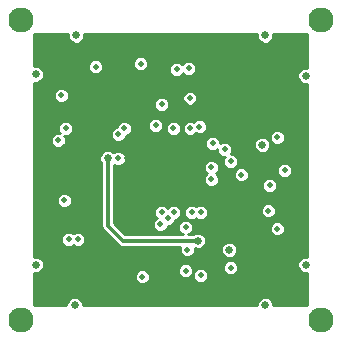
<source format=gbr>
G04 #@! TF.FileFunction,Copper,L2,Inr,Plane*
%FSLAX46Y46*%
G04 Gerber Fmt 4.6, Leading zero omitted, Abs format (unit mm)*
G04 Created by KiCad (PCBNEW 4.0.0-rc1-stable) date 10/19/2015 7:45:35 PM*
%MOMM*%
G01*
G04 APERTURE LIST*
%ADD10C,0.100000*%
%ADD11C,2.130000*%
%ADD12C,0.635000*%
%ADD13C,0.508000*%
%ADD14C,0.304800*%
%ADD15C,0.254000*%
G04 APERTURE END LIST*
D10*
D11*
X127000000Y-127000000D03*
X152400000Y-127000000D03*
X152400000Y-101600000D03*
X127000000Y-101600000D03*
D12*
X135128000Y-116205000D03*
X143510000Y-109220006D03*
X132207000Y-105283000D03*
X134620000Y-112268000D03*
D13*
X135636000Y-114452420D03*
X136017000Y-113284000D03*
X139700000Y-104775004D03*
X130175000Y-114299998D03*
X139699998Y-123698000D03*
D12*
X141986006Y-120269000D03*
X134366000Y-113284000D03*
D13*
X149352000Y-114299998D03*
X143129000Y-114046000D03*
D12*
X144653000Y-121031000D03*
X147447000Y-112141000D03*
D13*
X142125587Y-110614483D03*
X142240000Y-117856000D03*
X137287000Y-123317000D03*
X130174990Y-111760000D03*
X135255000Y-111252000D03*
X135255000Y-113284000D03*
X130683000Y-116840000D03*
X131064000Y-120142000D03*
X131839539Y-120139666D03*
X138938000Y-117856000D03*
X139446000Y-118364000D03*
X130429004Y-107950000D03*
X139954000Y-117856000D03*
X141327236Y-108180236D03*
X140970000Y-119126000D03*
X141478000Y-117856000D03*
X133350000Y-105537000D03*
X138811000Y-118872000D03*
X143129000Y-115062000D03*
X144780000Y-113538000D03*
X145669000Y-114680998D03*
X144272000Y-112522000D03*
X148717000Y-119253000D03*
X147955000Y-117729000D03*
X143256000Y-112014000D03*
X148082000Y-115569998D03*
X141350998Y-110744000D03*
X144780000Y-122555000D03*
X148717000Y-111506000D03*
X141097000Y-121031000D03*
X139932610Y-110744000D03*
X130810000Y-110744000D03*
X135763000Y-110744000D03*
D12*
X147700988Y-102870000D03*
X151130000Y-106299000D03*
X128270000Y-106172000D03*
X131699000Y-102870000D03*
X128270000Y-122301000D03*
X131572000Y-125730000D03*
X147701000Y-125730000D03*
X151130000Y-122301000D03*
D13*
X141223986Y-105664000D03*
X137160000Y-105283000D03*
X140208000Y-105765610D03*
X142240000Y-123190000D03*
X138938000Y-108712000D03*
X140970000Y-122809000D03*
X138430000Y-110490010D03*
D14*
X135636000Y-120269000D02*
X141536994Y-120269000D01*
X134366000Y-118999000D02*
X135636000Y-120269000D01*
X141536994Y-120269000D02*
X141986006Y-120269000D01*
X134366000Y-113284000D02*
X134366000Y-118999000D01*
X151003000Y-106299000D02*
X151130000Y-106299000D01*
D15*
G36*
X131000379Y-103008331D02*
X131106496Y-103265151D01*
X131302815Y-103461814D01*
X131559450Y-103568378D01*
X131837331Y-103568621D01*
X132094151Y-103462504D01*
X132290814Y-103266185D01*
X132397378Y-103009550D01*
X132397611Y-102743000D01*
X147002599Y-102743000D01*
X147002367Y-103008331D01*
X147108484Y-103265151D01*
X147304803Y-103461814D01*
X147561438Y-103568378D01*
X147839319Y-103568621D01*
X148096139Y-103462504D01*
X148292802Y-103266185D01*
X148399366Y-103009550D01*
X148399599Y-102743000D01*
X151257000Y-102743000D01*
X151257000Y-105600611D01*
X150991669Y-105600379D01*
X150734849Y-105706496D01*
X150538186Y-105902815D01*
X150431622Y-106159450D01*
X150431379Y-106437331D01*
X150537496Y-106694151D01*
X150733815Y-106890814D01*
X150990450Y-106997378D01*
X151257000Y-106997611D01*
X151257000Y-121602611D01*
X150991669Y-121602379D01*
X150734849Y-121708496D01*
X150538186Y-121904815D01*
X150431622Y-122161450D01*
X150431379Y-122439331D01*
X150537496Y-122696151D01*
X150733815Y-122892814D01*
X150990450Y-122999378D01*
X151257000Y-122999611D01*
X151257000Y-125730000D01*
X148399500Y-125730000D01*
X148399621Y-125591669D01*
X148293504Y-125334849D01*
X148097185Y-125138186D01*
X147840550Y-125031622D01*
X147562669Y-125031379D01*
X147305849Y-125137496D01*
X147109186Y-125333815D01*
X147002622Y-125590450D01*
X147002500Y-125730000D01*
X132270500Y-125730000D01*
X132270621Y-125591669D01*
X132164504Y-125334849D01*
X131968185Y-125138186D01*
X131711550Y-125031622D01*
X131433669Y-125031379D01*
X131176849Y-125137496D01*
X130980186Y-125333815D01*
X130873622Y-125590450D01*
X130873500Y-125730000D01*
X128143000Y-125730000D01*
X128143000Y-123442755D01*
X136651890Y-123442755D01*
X136748360Y-123676228D01*
X136926832Y-123855013D01*
X137160137Y-123951889D01*
X137412755Y-123952110D01*
X137646228Y-123855640D01*
X137825013Y-123677168D01*
X137921889Y-123443863D01*
X137922110Y-123191245D01*
X137825640Y-122957772D01*
X137802664Y-122934755D01*
X140334890Y-122934755D01*
X140431360Y-123168228D01*
X140609832Y-123347013D01*
X140843137Y-123443889D01*
X141095755Y-123444110D01*
X141329228Y-123347640D01*
X141361168Y-123315755D01*
X141604890Y-123315755D01*
X141701360Y-123549228D01*
X141879832Y-123728013D01*
X142113137Y-123824889D01*
X142365755Y-123825110D01*
X142599228Y-123728640D01*
X142778013Y-123550168D01*
X142874889Y-123316863D01*
X142875110Y-123064245D01*
X142778640Y-122830772D01*
X142628886Y-122680755D01*
X144144890Y-122680755D01*
X144241360Y-122914228D01*
X144419832Y-123093013D01*
X144653137Y-123189889D01*
X144905755Y-123190110D01*
X145139228Y-123093640D01*
X145318013Y-122915168D01*
X145414889Y-122681863D01*
X145415110Y-122429245D01*
X145318640Y-122195772D01*
X145140168Y-122016987D01*
X144906863Y-121920111D01*
X144654245Y-121919890D01*
X144420772Y-122016360D01*
X144241987Y-122194832D01*
X144145111Y-122428137D01*
X144144890Y-122680755D01*
X142628886Y-122680755D01*
X142600168Y-122651987D01*
X142366863Y-122555111D01*
X142114245Y-122554890D01*
X141880772Y-122651360D01*
X141701987Y-122829832D01*
X141605111Y-123063137D01*
X141604890Y-123315755D01*
X141361168Y-123315755D01*
X141508013Y-123169168D01*
X141604889Y-122935863D01*
X141605110Y-122683245D01*
X141508640Y-122449772D01*
X141330168Y-122270987D01*
X141096863Y-122174111D01*
X140844245Y-122173890D01*
X140610772Y-122270360D01*
X140431987Y-122448832D01*
X140335111Y-122682137D01*
X140334890Y-122934755D01*
X137802664Y-122934755D01*
X137647168Y-122778987D01*
X137413863Y-122682111D01*
X137161245Y-122681890D01*
X136927772Y-122778360D01*
X136748987Y-122956832D01*
X136652111Y-123190137D01*
X136651890Y-123442755D01*
X128143000Y-123442755D01*
X128143000Y-122999389D01*
X128408331Y-122999621D01*
X128665151Y-122893504D01*
X128861814Y-122697185D01*
X128968378Y-122440550D01*
X128968621Y-122162669D01*
X128862504Y-121905849D01*
X128666185Y-121709186D01*
X128409550Y-121602622D01*
X128143000Y-121602389D01*
X128143000Y-120267755D01*
X130428890Y-120267755D01*
X130525360Y-120501228D01*
X130703832Y-120680013D01*
X130937137Y-120776889D01*
X131189755Y-120777110D01*
X131423228Y-120680640D01*
X131452829Y-120651091D01*
X131479371Y-120677679D01*
X131712676Y-120774555D01*
X131965294Y-120774776D01*
X132198767Y-120678306D01*
X132377552Y-120499834D01*
X132474428Y-120266529D01*
X132474649Y-120013911D01*
X132378179Y-119780438D01*
X132199707Y-119601653D01*
X131966402Y-119504777D01*
X131713784Y-119504556D01*
X131480311Y-119601026D01*
X131450710Y-119630575D01*
X131424168Y-119603987D01*
X131190863Y-119507111D01*
X130938245Y-119506890D01*
X130704772Y-119603360D01*
X130525987Y-119781832D01*
X130429111Y-120015137D01*
X130428890Y-120267755D01*
X128143000Y-120267755D01*
X128143000Y-116965755D01*
X130047890Y-116965755D01*
X130144360Y-117199228D01*
X130322832Y-117378013D01*
X130556137Y-117474889D01*
X130808755Y-117475110D01*
X131042228Y-117378640D01*
X131221013Y-117200168D01*
X131317889Y-116966863D01*
X131318110Y-116714245D01*
X131221640Y-116480772D01*
X131043168Y-116301987D01*
X130809863Y-116205111D01*
X130557245Y-116204890D01*
X130323772Y-116301360D01*
X130144987Y-116479832D01*
X130048111Y-116713137D01*
X130047890Y-116965755D01*
X128143000Y-116965755D01*
X128143000Y-113422331D01*
X133667379Y-113422331D01*
X133773496Y-113679151D01*
X133832600Y-113738359D01*
X133832600Y-118999000D01*
X133873203Y-119203123D01*
X133988829Y-119376171D01*
X135258829Y-120646171D01*
X135431876Y-120761797D01*
X135636000Y-120802400D01*
X140504356Y-120802400D01*
X140462111Y-120904137D01*
X140461890Y-121156755D01*
X140558360Y-121390228D01*
X140736832Y-121569013D01*
X140970137Y-121665889D01*
X141222755Y-121666110D01*
X141456228Y-121569640D01*
X141635013Y-121391168D01*
X141727127Y-121169331D01*
X143954379Y-121169331D01*
X144060496Y-121426151D01*
X144256815Y-121622814D01*
X144513450Y-121729378D01*
X144791331Y-121729621D01*
X145048151Y-121623504D01*
X145244814Y-121427185D01*
X145351378Y-121170550D01*
X145351621Y-120892669D01*
X145245504Y-120635849D01*
X145049185Y-120439186D01*
X144792550Y-120332622D01*
X144514669Y-120332379D01*
X144257849Y-120438496D01*
X144061186Y-120634815D01*
X143954622Y-120891450D01*
X143954379Y-121169331D01*
X141727127Y-121169331D01*
X141731889Y-121157863D01*
X141732097Y-120919892D01*
X141846456Y-120967378D01*
X142124337Y-120967621D01*
X142381157Y-120861504D01*
X142577820Y-120665185D01*
X142684384Y-120408550D01*
X142684627Y-120130669D01*
X142578510Y-119873849D01*
X142382191Y-119677186D01*
X142125556Y-119570622D01*
X141847675Y-119570379D01*
X141590855Y-119676496D01*
X141531647Y-119735600D01*
X141157493Y-119735600D01*
X141329228Y-119664640D01*
X141508013Y-119486168D01*
X141552614Y-119378755D01*
X148081890Y-119378755D01*
X148178360Y-119612228D01*
X148356832Y-119791013D01*
X148590137Y-119887889D01*
X148842755Y-119888110D01*
X149076228Y-119791640D01*
X149255013Y-119613168D01*
X149351889Y-119379863D01*
X149352110Y-119127245D01*
X149255640Y-118893772D01*
X149077168Y-118714987D01*
X148843863Y-118618111D01*
X148591245Y-118617890D01*
X148357772Y-118714360D01*
X148178987Y-118892832D01*
X148082111Y-119126137D01*
X148081890Y-119378755D01*
X141552614Y-119378755D01*
X141604889Y-119252863D01*
X141605110Y-119000245D01*
X141508640Y-118766772D01*
X141330168Y-118587987D01*
X141096863Y-118491111D01*
X140844245Y-118490890D01*
X140610772Y-118587360D01*
X140431987Y-118765832D01*
X140335111Y-118999137D01*
X140334890Y-119251755D01*
X140431360Y-119485228D01*
X140609832Y-119664013D01*
X140782234Y-119735600D01*
X135856942Y-119735600D01*
X135119097Y-118997755D01*
X138175890Y-118997755D01*
X138272360Y-119231228D01*
X138450832Y-119410013D01*
X138684137Y-119506889D01*
X138936755Y-119507110D01*
X139170228Y-119410640D01*
X139349013Y-119232168D01*
X139445832Y-118999000D01*
X139571755Y-118999110D01*
X139805228Y-118902640D01*
X139984013Y-118724168D01*
X140080889Y-118490863D01*
X140080889Y-118490641D01*
X140313228Y-118394640D01*
X140492013Y-118216168D01*
X140588889Y-117982863D01*
X140588889Y-117981755D01*
X140842890Y-117981755D01*
X140939360Y-118215228D01*
X141117832Y-118394013D01*
X141351137Y-118490889D01*
X141603755Y-118491110D01*
X141837228Y-118394640D01*
X141858881Y-118373025D01*
X141879832Y-118394013D01*
X142113137Y-118490889D01*
X142365755Y-118491110D01*
X142599228Y-118394640D01*
X142778013Y-118216168D01*
X142874889Y-117982863D01*
X142875001Y-117854755D01*
X147319890Y-117854755D01*
X147416360Y-118088228D01*
X147594832Y-118267013D01*
X147828137Y-118363889D01*
X148080755Y-118364110D01*
X148314228Y-118267640D01*
X148493013Y-118089168D01*
X148589889Y-117855863D01*
X148590110Y-117603245D01*
X148493640Y-117369772D01*
X148315168Y-117190987D01*
X148081863Y-117094111D01*
X147829245Y-117093890D01*
X147595772Y-117190360D01*
X147416987Y-117368832D01*
X147320111Y-117602137D01*
X147319890Y-117854755D01*
X142875001Y-117854755D01*
X142875110Y-117730245D01*
X142778640Y-117496772D01*
X142600168Y-117317987D01*
X142366863Y-117221111D01*
X142114245Y-117220890D01*
X141880772Y-117317360D01*
X141859119Y-117338975D01*
X141838168Y-117317987D01*
X141604863Y-117221111D01*
X141352245Y-117220890D01*
X141118772Y-117317360D01*
X140939987Y-117495832D01*
X140843111Y-117729137D01*
X140842890Y-117981755D01*
X140588889Y-117981755D01*
X140589110Y-117730245D01*
X140492640Y-117496772D01*
X140314168Y-117317987D01*
X140080863Y-117221111D01*
X139828245Y-117220890D01*
X139594772Y-117317360D01*
X139445897Y-117465975D01*
X139298168Y-117317987D01*
X139064863Y-117221111D01*
X138812245Y-117220890D01*
X138578772Y-117317360D01*
X138399987Y-117495832D01*
X138303111Y-117729137D01*
X138302890Y-117981755D01*
X138399360Y-118215228D01*
X138498154Y-118314195D01*
X138451772Y-118333360D01*
X138272987Y-118511832D01*
X138176111Y-118745137D01*
X138175890Y-118997755D01*
X135119097Y-118997755D01*
X134899400Y-118778058D01*
X134899400Y-114171755D01*
X142493890Y-114171755D01*
X142590360Y-114405228D01*
X142738975Y-114554103D01*
X142590987Y-114701832D01*
X142494111Y-114935137D01*
X142493890Y-115187755D01*
X142590360Y-115421228D01*
X142768832Y-115600013D01*
X143002137Y-115696889D01*
X143254755Y-115697110D01*
X143258039Y-115695753D01*
X147446890Y-115695753D01*
X147543360Y-115929226D01*
X147721832Y-116108011D01*
X147955137Y-116204887D01*
X148207755Y-116205108D01*
X148441228Y-116108638D01*
X148620013Y-115930166D01*
X148716889Y-115696861D01*
X148717110Y-115444243D01*
X148620640Y-115210770D01*
X148442168Y-115031985D01*
X148208863Y-114935109D01*
X147956245Y-114934888D01*
X147722772Y-115031358D01*
X147543987Y-115209830D01*
X147447111Y-115443135D01*
X147446890Y-115695753D01*
X143258039Y-115695753D01*
X143488228Y-115600640D01*
X143667013Y-115422168D01*
X143763889Y-115188863D01*
X143764110Y-114936245D01*
X143710605Y-114806753D01*
X145033890Y-114806753D01*
X145130360Y-115040226D01*
X145308832Y-115219011D01*
X145542137Y-115315887D01*
X145794755Y-115316108D01*
X146028228Y-115219638D01*
X146207013Y-115041166D01*
X146303889Y-114807861D01*
X146304110Y-114555243D01*
X146250606Y-114425753D01*
X148716890Y-114425753D01*
X148813360Y-114659226D01*
X148991832Y-114838011D01*
X149225137Y-114934887D01*
X149477755Y-114935108D01*
X149711228Y-114838638D01*
X149890013Y-114660166D01*
X149986889Y-114426861D01*
X149987110Y-114174243D01*
X149890640Y-113940770D01*
X149712168Y-113761985D01*
X149478863Y-113665109D01*
X149226245Y-113664888D01*
X148992772Y-113761358D01*
X148813987Y-113939830D01*
X148717111Y-114173135D01*
X148716890Y-114425753D01*
X146250606Y-114425753D01*
X146207640Y-114321770D01*
X146029168Y-114142985D01*
X145795863Y-114046109D01*
X145543245Y-114045888D01*
X145309772Y-114142358D01*
X145130987Y-114320830D01*
X145034111Y-114554135D01*
X145033890Y-114806753D01*
X143710605Y-114806753D01*
X143667640Y-114702772D01*
X143519025Y-114553897D01*
X143667013Y-114406168D01*
X143763889Y-114172863D01*
X143764110Y-113920245D01*
X143667640Y-113686772D01*
X143489168Y-113507987D01*
X143255863Y-113411111D01*
X143003245Y-113410890D01*
X142769772Y-113507360D01*
X142590987Y-113685832D01*
X142494111Y-113919137D01*
X142493890Y-114171755D01*
X134899400Y-114171755D01*
X134899400Y-113823910D01*
X135128137Y-113918889D01*
X135380755Y-113919110D01*
X135614228Y-113822640D01*
X135793013Y-113644168D01*
X135889889Y-113410863D01*
X135890110Y-113158245D01*
X135793640Y-112924772D01*
X135615168Y-112745987D01*
X135381863Y-112649111D01*
X135129245Y-112648890D01*
X134895772Y-112745360D01*
X134855448Y-112785613D01*
X134762185Y-112692186D01*
X134505550Y-112585622D01*
X134227669Y-112585379D01*
X133970849Y-112691496D01*
X133774186Y-112887815D01*
X133667622Y-113144450D01*
X133667379Y-113422331D01*
X128143000Y-113422331D01*
X128143000Y-111885755D01*
X129539880Y-111885755D01*
X129636350Y-112119228D01*
X129814822Y-112298013D01*
X130048127Y-112394889D01*
X130300745Y-112395110D01*
X130534218Y-112298640D01*
X130693381Y-112139755D01*
X142620890Y-112139755D01*
X142717360Y-112373228D01*
X142895832Y-112552013D01*
X143129137Y-112648889D01*
X143381755Y-112649110D01*
X143615228Y-112552640D01*
X143636992Y-112530914D01*
X143636890Y-112647755D01*
X143733360Y-112881228D01*
X143911832Y-113060013D01*
X144145137Y-113156889D01*
X144262864Y-113156992D01*
X144241987Y-113177832D01*
X144145111Y-113411137D01*
X144144890Y-113663755D01*
X144241360Y-113897228D01*
X144419832Y-114076013D01*
X144653137Y-114172889D01*
X144905755Y-114173110D01*
X145139228Y-114076640D01*
X145318013Y-113898168D01*
X145414889Y-113664863D01*
X145415110Y-113412245D01*
X145318640Y-113178772D01*
X145140168Y-112999987D01*
X144906863Y-112903111D01*
X144789136Y-112903008D01*
X144810013Y-112882168D01*
X144906889Y-112648863D01*
X144907110Y-112396245D01*
X144858802Y-112279331D01*
X146748379Y-112279331D01*
X146854496Y-112536151D01*
X147050815Y-112732814D01*
X147307450Y-112839378D01*
X147585331Y-112839621D01*
X147842151Y-112733504D01*
X148038814Y-112537185D01*
X148145378Y-112280550D01*
X148145621Y-112002669D01*
X148039504Y-111745849D01*
X147925610Y-111631755D01*
X148081890Y-111631755D01*
X148178360Y-111865228D01*
X148356832Y-112044013D01*
X148590137Y-112140889D01*
X148842755Y-112141110D01*
X149076228Y-112044640D01*
X149255013Y-111866168D01*
X149351889Y-111632863D01*
X149352110Y-111380245D01*
X149255640Y-111146772D01*
X149077168Y-110967987D01*
X148843863Y-110871111D01*
X148591245Y-110870890D01*
X148357772Y-110967360D01*
X148178987Y-111145832D01*
X148082111Y-111379137D01*
X148081890Y-111631755D01*
X147925610Y-111631755D01*
X147843185Y-111549186D01*
X147586550Y-111442622D01*
X147308669Y-111442379D01*
X147051849Y-111548496D01*
X146855186Y-111744815D01*
X146748622Y-112001450D01*
X146748379Y-112279331D01*
X144858802Y-112279331D01*
X144810640Y-112162772D01*
X144632168Y-111983987D01*
X144398863Y-111887111D01*
X144146245Y-111886890D01*
X143912772Y-111983360D01*
X143891008Y-112005086D01*
X143891110Y-111888245D01*
X143794640Y-111654772D01*
X143616168Y-111475987D01*
X143382863Y-111379111D01*
X143130245Y-111378890D01*
X142896772Y-111475360D01*
X142717987Y-111653832D01*
X142621111Y-111887137D01*
X142620890Y-112139755D01*
X130693381Y-112139755D01*
X130713003Y-112120168D01*
X130809879Y-111886863D01*
X130810100Y-111634245D01*
X130713630Y-111400772D01*
X130691793Y-111378897D01*
X130935755Y-111379110D01*
X130939034Y-111377755D01*
X134619890Y-111377755D01*
X134716360Y-111611228D01*
X134894832Y-111790013D01*
X135128137Y-111886889D01*
X135380755Y-111887110D01*
X135614228Y-111790640D01*
X135793013Y-111612168D01*
X135889889Y-111378863D01*
X135889889Y-111378641D01*
X136122228Y-111282640D01*
X136301013Y-111104168D01*
X136397889Y-110870863D01*
X136398110Y-110618245D01*
X136397086Y-110615765D01*
X137794890Y-110615765D01*
X137891360Y-110849238D01*
X138069832Y-111028023D01*
X138303137Y-111124899D01*
X138555755Y-111125120D01*
X138789228Y-111028650D01*
X138948401Y-110869755D01*
X139297500Y-110869755D01*
X139393970Y-111103228D01*
X139572442Y-111282013D01*
X139805747Y-111378889D01*
X140058365Y-111379110D01*
X140291838Y-111282640D01*
X140470623Y-111104168D01*
X140567499Y-110870863D01*
X140567499Y-110869755D01*
X140715888Y-110869755D01*
X140812358Y-111103228D01*
X140990830Y-111282013D01*
X141224135Y-111378889D01*
X141476753Y-111379110D01*
X141710226Y-111282640D01*
X141818513Y-111174542D01*
X141998724Y-111249372D01*
X142251342Y-111249593D01*
X142484815Y-111153123D01*
X142663600Y-110974651D01*
X142760476Y-110741346D01*
X142760697Y-110488728D01*
X142664227Y-110255255D01*
X142485755Y-110076470D01*
X142252450Y-109979594D01*
X141999832Y-109979373D01*
X141766359Y-110075843D01*
X141658072Y-110183941D01*
X141477861Y-110109111D01*
X141225243Y-110108890D01*
X140991770Y-110205360D01*
X140812985Y-110383832D01*
X140716109Y-110617137D01*
X140715888Y-110869755D01*
X140567499Y-110869755D01*
X140567720Y-110618245D01*
X140471250Y-110384772D01*
X140292778Y-110205987D01*
X140059473Y-110109111D01*
X139806855Y-110108890D01*
X139573382Y-110205360D01*
X139394597Y-110383832D01*
X139297721Y-110617137D01*
X139297500Y-110869755D01*
X138948401Y-110869755D01*
X138968013Y-110850178D01*
X139064889Y-110616873D01*
X139065110Y-110364255D01*
X138968640Y-110130782D01*
X138790168Y-109951997D01*
X138556863Y-109855121D01*
X138304245Y-109854900D01*
X138070772Y-109951370D01*
X137891987Y-110129842D01*
X137795111Y-110363147D01*
X137794890Y-110615765D01*
X136397086Y-110615765D01*
X136301640Y-110384772D01*
X136123168Y-110205987D01*
X135889863Y-110109111D01*
X135637245Y-110108890D01*
X135403772Y-110205360D01*
X135224987Y-110383832D01*
X135128111Y-110617137D01*
X135128111Y-110617359D01*
X134895772Y-110713360D01*
X134716987Y-110891832D01*
X134620111Y-111125137D01*
X134619890Y-111377755D01*
X130939034Y-111377755D01*
X131169228Y-111282640D01*
X131348013Y-111104168D01*
X131444889Y-110870863D01*
X131445110Y-110618245D01*
X131348640Y-110384772D01*
X131170168Y-110205987D01*
X130936863Y-110109111D01*
X130684245Y-110108890D01*
X130450772Y-110205360D01*
X130271987Y-110383832D01*
X130175111Y-110617137D01*
X130174890Y-110869755D01*
X130271360Y-111103228D01*
X130293197Y-111125103D01*
X130049235Y-111124890D01*
X129815762Y-111221360D01*
X129636977Y-111399832D01*
X129540101Y-111633137D01*
X129539880Y-111885755D01*
X128143000Y-111885755D01*
X128143000Y-108837755D01*
X138302890Y-108837755D01*
X138399360Y-109071228D01*
X138577832Y-109250013D01*
X138811137Y-109346889D01*
X139063755Y-109347110D01*
X139297228Y-109250640D01*
X139476013Y-109072168D01*
X139572889Y-108838863D01*
X139573110Y-108586245D01*
X139476640Y-108352772D01*
X139429941Y-108305991D01*
X140692126Y-108305991D01*
X140788596Y-108539464D01*
X140967068Y-108718249D01*
X141200373Y-108815125D01*
X141452991Y-108815346D01*
X141686464Y-108718876D01*
X141865249Y-108540404D01*
X141962125Y-108307099D01*
X141962346Y-108054481D01*
X141865876Y-107821008D01*
X141687404Y-107642223D01*
X141454099Y-107545347D01*
X141201481Y-107545126D01*
X140968008Y-107641596D01*
X140789223Y-107820068D01*
X140692347Y-108053373D01*
X140692126Y-108305991D01*
X139429941Y-108305991D01*
X139298168Y-108173987D01*
X139064863Y-108077111D01*
X138812245Y-108076890D01*
X138578772Y-108173360D01*
X138399987Y-108351832D01*
X138303111Y-108585137D01*
X138302890Y-108837755D01*
X128143000Y-108837755D01*
X128143000Y-108075755D01*
X129793894Y-108075755D01*
X129890364Y-108309228D01*
X130068836Y-108488013D01*
X130302141Y-108584889D01*
X130554759Y-108585110D01*
X130788232Y-108488640D01*
X130967017Y-108310168D01*
X131063893Y-108076863D01*
X131064114Y-107824245D01*
X130967644Y-107590772D01*
X130789172Y-107411987D01*
X130555867Y-107315111D01*
X130303249Y-107314890D01*
X130069776Y-107411360D01*
X129890991Y-107589832D01*
X129794115Y-107823137D01*
X129793894Y-108075755D01*
X128143000Y-108075755D01*
X128143000Y-106870389D01*
X128408331Y-106870621D01*
X128665151Y-106764504D01*
X128861814Y-106568185D01*
X128968378Y-106311550D01*
X128968621Y-106033669D01*
X128862504Y-105776849D01*
X128748610Y-105662755D01*
X132714890Y-105662755D01*
X132811360Y-105896228D01*
X132989832Y-106075013D01*
X133223137Y-106171889D01*
X133475755Y-106172110D01*
X133709228Y-106075640D01*
X133888013Y-105897168D01*
X133984889Y-105663863D01*
X133985110Y-105411245D01*
X133984082Y-105408755D01*
X136524890Y-105408755D01*
X136621360Y-105642228D01*
X136799832Y-105821013D01*
X137033137Y-105917889D01*
X137285755Y-105918110D01*
X137350482Y-105891365D01*
X139572890Y-105891365D01*
X139669360Y-106124838D01*
X139847832Y-106303623D01*
X140081137Y-106400499D01*
X140333755Y-106400720D01*
X140567228Y-106304250D01*
X140746013Y-106125778D01*
X140758264Y-106096274D01*
X140863818Y-106202013D01*
X141097123Y-106298889D01*
X141349741Y-106299110D01*
X141583214Y-106202640D01*
X141761999Y-106024168D01*
X141858875Y-105790863D01*
X141859096Y-105538245D01*
X141762626Y-105304772D01*
X141584154Y-105125987D01*
X141350849Y-105029111D01*
X141098231Y-105028890D01*
X140864758Y-105125360D01*
X140685973Y-105303832D01*
X140673722Y-105333336D01*
X140568168Y-105227597D01*
X140334863Y-105130721D01*
X140082245Y-105130500D01*
X139848772Y-105226970D01*
X139669987Y-105405442D01*
X139573111Y-105638747D01*
X139572890Y-105891365D01*
X137350482Y-105891365D01*
X137519228Y-105821640D01*
X137698013Y-105643168D01*
X137794889Y-105409863D01*
X137795110Y-105157245D01*
X137698640Y-104923772D01*
X137520168Y-104744987D01*
X137286863Y-104648111D01*
X137034245Y-104647890D01*
X136800772Y-104744360D01*
X136621987Y-104922832D01*
X136525111Y-105156137D01*
X136524890Y-105408755D01*
X133984082Y-105408755D01*
X133888640Y-105177772D01*
X133710168Y-104998987D01*
X133476863Y-104902111D01*
X133224245Y-104901890D01*
X132990772Y-104998360D01*
X132811987Y-105176832D01*
X132715111Y-105410137D01*
X132714890Y-105662755D01*
X128748610Y-105662755D01*
X128666185Y-105580186D01*
X128409550Y-105473622D01*
X128143000Y-105473389D01*
X128143000Y-102743000D01*
X131000611Y-102743000D01*
X131000379Y-103008331D01*
X131000379Y-103008331D01*
G37*
X131000379Y-103008331D02*
X131106496Y-103265151D01*
X131302815Y-103461814D01*
X131559450Y-103568378D01*
X131837331Y-103568621D01*
X132094151Y-103462504D01*
X132290814Y-103266185D01*
X132397378Y-103009550D01*
X132397611Y-102743000D01*
X147002599Y-102743000D01*
X147002367Y-103008331D01*
X147108484Y-103265151D01*
X147304803Y-103461814D01*
X147561438Y-103568378D01*
X147839319Y-103568621D01*
X148096139Y-103462504D01*
X148292802Y-103266185D01*
X148399366Y-103009550D01*
X148399599Y-102743000D01*
X151257000Y-102743000D01*
X151257000Y-105600611D01*
X150991669Y-105600379D01*
X150734849Y-105706496D01*
X150538186Y-105902815D01*
X150431622Y-106159450D01*
X150431379Y-106437331D01*
X150537496Y-106694151D01*
X150733815Y-106890814D01*
X150990450Y-106997378D01*
X151257000Y-106997611D01*
X151257000Y-121602611D01*
X150991669Y-121602379D01*
X150734849Y-121708496D01*
X150538186Y-121904815D01*
X150431622Y-122161450D01*
X150431379Y-122439331D01*
X150537496Y-122696151D01*
X150733815Y-122892814D01*
X150990450Y-122999378D01*
X151257000Y-122999611D01*
X151257000Y-125730000D01*
X148399500Y-125730000D01*
X148399621Y-125591669D01*
X148293504Y-125334849D01*
X148097185Y-125138186D01*
X147840550Y-125031622D01*
X147562669Y-125031379D01*
X147305849Y-125137496D01*
X147109186Y-125333815D01*
X147002622Y-125590450D01*
X147002500Y-125730000D01*
X132270500Y-125730000D01*
X132270621Y-125591669D01*
X132164504Y-125334849D01*
X131968185Y-125138186D01*
X131711550Y-125031622D01*
X131433669Y-125031379D01*
X131176849Y-125137496D01*
X130980186Y-125333815D01*
X130873622Y-125590450D01*
X130873500Y-125730000D01*
X128143000Y-125730000D01*
X128143000Y-123442755D01*
X136651890Y-123442755D01*
X136748360Y-123676228D01*
X136926832Y-123855013D01*
X137160137Y-123951889D01*
X137412755Y-123952110D01*
X137646228Y-123855640D01*
X137825013Y-123677168D01*
X137921889Y-123443863D01*
X137922110Y-123191245D01*
X137825640Y-122957772D01*
X137802664Y-122934755D01*
X140334890Y-122934755D01*
X140431360Y-123168228D01*
X140609832Y-123347013D01*
X140843137Y-123443889D01*
X141095755Y-123444110D01*
X141329228Y-123347640D01*
X141361168Y-123315755D01*
X141604890Y-123315755D01*
X141701360Y-123549228D01*
X141879832Y-123728013D01*
X142113137Y-123824889D01*
X142365755Y-123825110D01*
X142599228Y-123728640D01*
X142778013Y-123550168D01*
X142874889Y-123316863D01*
X142875110Y-123064245D01*
X142778640Y-122830772D01*
X142628886Y-122680755D01*
X144144890Y-122680755D01*
X144241360Y-122914228D01*
X144419832Y-123093013D01*
X144653137Y-123189889D01*
X144905755Y-123190110D01*
X145139228Y-123093640D01*
X145318013Y-122915168D01*
X145414889Y-122681863D01*
X145415110Y-122429245D01*
X145318640Y-122195772D01*
X145140168Y-122016987D01*
X144906863Y-121920111D01*
X144654245Y-121919890D01*
X144420772Y-122016360D01*
X144241987Y-122194832D01*
X144145111Y-122428137D01*
X144144890Y-122680755D01*
X142628886Y-122680755D01*
X142600168Y-122651987D01*
X142366863Y-122555111D01*
X142114245Y-122554890D01*
X141880772Y-122651360D01*
X141701987Y-122829832D01*
X141605111Y-123063137D01*
X141604890Y-123315755D01*
X141361168Y-123315755D01*
X141508013Y-123169168D01*
X141604889Y-122935863D01*
X141605110Y-122683245D01*
X141508640Y-122449772D01*
X141330168Y-122270987D01*
X141096863Y-122174111D01*
X140844245Y-122173890D01*
X140610772Y-122270360D01*
X140431987Y-122448832D01*
X140335111Y-122682137D01*
X140334890Y-122934755D01*
X137802664Y-122934755D01*
X137647168Y-122778987D01*
X137413863Y-122682111D01*
X137161245Y-122681890D01*
X136927772Y-122778360D01*
X136748987Y-122956832D01*
X136652111Y-123190137D01*
X136651890Y-123442755D01*
X128143000Y-123442755D01*
X128143000Y-122999389D01*
X128408331Y-122999621D01*
X128665151Y-122893504D01*
X128861814Y-122697185D01*
X128968378Y-122440550D01*
X128968621Y-122162669D01*
X128862504Y-121905849D01*
X128666185Y-121709186D01*
X128409550Y-121602622D01*
X128143000Y-121602389D01*
X128143000Y-120267755D01*
X130428890Y-120267755D01*
X130525360Y-120501228D01*
X130703832Y-120680013D01*
X130937137Y-120776889D01*
X131189755Y-120777110D01*
X131423228Y-120680640D01*
X131452829Y-120651091D01*
X131479371Y-120677679D01*
X131712676Y-120774555D01*
X131965294Y-120774776D01*
X132198767Y-120678306D01*
X132377552Y-120499834D01*
X132474428Y-120266529D01*
X132474649Y-120013911D01*
X132378179Y-119780438D01*
X132199707Y-119601653D01*
X131966402Y-119504777D01*
X131713784Y-119504556D01*
X131480311Y-119601026D01*
X131450710Y-119630575D01*
X131424168Y-119603987D01*
X131190863Y-119507111D01*
X130938245Y-119506890D01*
X130704772Y-119603360D01*
X130525987Y-119781832D01*
X130429111Y-120015137D01*
X130428890Y-120267755D01*
X128143000Y-120267755D01*
X128143000Y-116965755D01*
X130047890Y-116965755D01*
X130144360Y-117199228D01*
X130322832Y-117378013D01*
X130556137Y-117474889D01*
X130808755Y-117475110D01*
X131042228Y-117378640D01*
X131221013Y-117200168D01*
X131317889Y-116966863D01*
X131318110Y-116714245D01*
X131221640Y-116480772D01*
X131043168Y-116301987D01*
X130809863Y-116205111D01*
X130557245Y-116204890D01*
X130323772Y-116301360D01*
X130144987Y-116479832D01*
X130048111Y-116713137D01*
X130047890Y-116965755D01*
X128143000Y-116965755D01*
X128143000Y-113422331D01*
X133667379Y-113422331D01*
X133773496Y-113679151D01*
X133832600Y-113738359D01*
X133832600Y-118999000D01*
X133873203Y-119203123D01*
X133988829Y-119376171D01*
X135258829Y-120646171D01*
X135431876Y-120761797D01*
X135636000Y-120802400D01*
X140504356Y-120802400D01*
X140462111Y-120904137D01*
X140461890Y-121156755D01*
X140558360Y-121390228D01*
X140736832Y-121569013D01*
X140970137Y-121665889D01*
X141222755Y-121666110D01*
X141456228Y-121569640D01*
X141635013Y-121391168D01*
X141727127Y-121169331D01*
X143954379Y-121169331D01*
X144060496Y-121426151D01*
X144256815Y-121622814D01*
X144513450Y-121729378D01*
X144791331Y-121729621D01*
X145048151Y-121623504D01*
X145244814Y-121427185D01*
X145351378Y-121170550D01*
X145351621Y-120892669D01*
X145245504Y-120635849D01*
X145049185Y-120439186D01*
X144792550Y-120332622D01*
X144514669Y-120332379D01*
X144257849Y-120438496D01*
X144061186Y-120634815D01*
X143954622Y-120891450D01*
X143954379Y-121169331D01*
X141727127Y-121169331D01*
X141731889Y-121157863D01*
X141732097Y-120919892D01*
X141846456Y-120967378D01*
X142124337Y-120967621D01*
X142381157Y-120861504D01*
X142577820Y-120665185D01*
X142684384Y-120408550D01*
X142684627Y-120130669D01*
X142578510Y-119873849D01*
X142382191Y-119677186D01*
X142125556Y-119570622D01*
X141847675Y-119570379D01*
X141590855Y-119676496D01*
X141531647Y-119735600D01*
X141157493Y-119735600D01*
X141329228Y-119664640D01*
X141508013Y-119486168D01*
X141552614Y-119378755D01*
X148081890Y-119378755D01*
X148178360Y-119612228D01*
X148356832Y-119791013D01*
X148590137Y-119887889D01*
X148842755Y-119888110D01*
X149076228Y-119791640D01*
X149255013Y-119613168D01*
X149351889Y-119379863D01*
X149352110Y-119127245D01*
X149255640Y-118893772D01*
X149077168Y-118714987D01*
X148843863Y-118618111D01*
X148591245Y-118617890D01*
X148357772Y-118714360D01*
X148178987Y-118892832D01*
X148082111Y-119126137D01*
X148081890Y-119378755D01*
X141552614Y-119378755D01*
X141604889Y-119252863D01*
X141605110Y-119000245D01*
X141508640Y-118766772D01*
X141330168Y-118587987D01*
X141096863Y-118491111D01*
X140844245Y-118490890D01*
X140610772Y-118587360D01*
X140431987Y-118765832D01*
X140335111Y-118999137D01*
X140334890Y-119251755D01*
X140431360Y-119485228D01*
X140609832Y-119664013D01*
X140782234Y-119735600D01*
X135856942Y-119735600D01*
X135119097Y-118997755D01*
X138175890Y-118997755D01*
X138272360Y-119231228D01*
X138450832Y-119410013D01*
X138684137Y-119506889D01*
X138936755Y-119507110D01*
X139170228Y-119410640D01*
X139349013Y-119232168D01*
X139445832Y-118999000D01*
X139571755Y-118999110D01*
X139805228Y-118902640D01*
X139984013Y-118724168D01*
X140080889Y-118490863D01*
X140080889Y-118490641D01*
X140313228Y-118394640D01*
X140492013Y-118216168D01*
X140588889Y-117982863D01*
X140588889Y-117981755D01*
X140842890Y-117981755D01*
X140939360Y-118215228D01*
X141117832Y-118394013D01*
X141351137Y-118490889D01*
X141603755Y-118491110D01*
X141837228Y-118394640D01*
X141858881Y-118373025D01*
X141879832Y-118394013D01*
X142113137Y-118490889D01*
X142365755Y-118491110D01*
X142599228Y-118394640D01*
X142778013Y-118216168D01*
X142874889Y-117982863D01*
X142875001Y-117854755D01*
X147319890Y-117854755D01*
X147416360Y-118088228D01*
X147594832Y-118267013D01*
X147828137Y-118363889D01*
X148080755Y-118364110D01*
X148314228Y-118267640D01*
X148493013Y-118089168D01*
X148589889Y-117855863D01*
X148590110Y-117603245D01*
X148493640Y-117369772D01*
X148315168Y-117190987D01*
X148081863Y-117094111D01*
X147829245Y-117093890D01*
X147595772Y-117190360D01*
X147416987Y-117368832D01*
X147320111Y-117602137D01*
X147319890Y-117854755D01*
X142875001Y-117854755D01*
X142875110Y-117730245D01*
X142778640Y-117496772D01*
X142600168Y-117317987D01*
X142366863Y-117221111D01*
X142114245Y-117220890D01*
X141880772Y-117317360D01*
X141859119Y-117338975D01*
X141838168Y-117317987D01*
X141604863Y-117221111D01*
X141352245Y-117220890D01*
X141118772Y-117317360D01*
X140939987Y-117495832D01*
X140843111Y-117729137D01*
X140842890Y-117981755D01*
X140588889Y-117981755D01*
X140589110Y-117730245D01*
X140492640Y-117496772D01*
X140314168Y-117317987D01*
X140080863Y-117221111D01*
X139828245Y-117220890D01*
X139594772Y-117317360D01*
X139445897Y-117465975D01*
X139298168Y-117317987D01*
X139064863Y-117221111D01*
X138812245Y-117220890D01*
X138578772Y-117317360D01*
X138399987Y-117495832D01*
X138303111Y-117729137D01*
X138302890Y-117981755D01*
X138399360Y-118215228D01*
X138498154Y-118314195D01*
X138451772Y-118333360D01*
X138272987Y-118511832D01*
X138176111Y-118745137D01*
X138175890Y-118997755D01*
X135119097Y-118997755D01*
X134899400Y-118778058D01*
X134899400Y-114171755D01*
X142493890Y-114171755D01*
X142590360Y-114405228D01*
X142738975Y-114554103D01*
X142590987Y-114701832D01*
X142494111Y-114935137D01*
X142493890Y-115187755D01*
X142590360Y-115421228D01*
X142768832Y-115600013D01*
X143002137Y-115696889D01*
X143254755Y-115697110D01*
X143258039Y-115695753D01*
X147446890Y-115695753D01*
X147543360Y-115929226D01*
X147721832Y-116108011D01*
X147955137Y-116204887D01*
X148207755Y-116205108D01*
X148441228Y-116108638D01*
X148620013Y-115930166D01*
X148716889Y-115696861D01*
X148717110Y-115444243D01*
X148620640Y-115210770D01*
X148442168Y-115031985D01*
X148208863Y-114935109D01*
X147956245Y-114934888D01*
X147722772Y-115031358D01*
X147543987Y-115209830D01*
X147447111Y-115443135D01*
X147446890Y-115695753D01*
X143258039Y-115695753D01*
X143488228Y-115600640D01*
X143667013Y-115422168D01*
X143763889Y-115188863D01*
X143764110Y-114936245D01*
X143710605Y-114806753D01*
X145033890Y-114806753D01*
X145130360Y-115040226D01*
X145308832Y-115219011D01*
X145542137Y-115315887D01*
X145794755Y-115316108D01*
X146028228Y-115219638D01*
X146207013Y-115041166D01*
X146303889Y-114807861D01*
X146304110Y-114555243D01*
X146250606Y-114425753D01*
X148716890Y-114425753D01*
X148813360Y-114659226D01*
X148991832Y-114838011D01*
X149225137Y-114934887D01*
X149477755Y-114935108D01*
X149711228Y-114838638D01*
X149890013Y-114660166D01*
X149986889Y-114426861D01*
X149987110Y-114174243D01*
X149890640Y-113940770D01*
X149712168Y-113761985D01*
X149478863Y-113665109D01*
X149226245Y-113664888D01*
X148992772Y-113761358D01*
X148813987Y-113939830D01*
X148717111Y-114173135D01*
X148716890Y-114425753D01*
X146250606Y-114425753D01*
X146207640Y-114321770D01*
X146029168Y-114142985D01*
X145795863Y-114046109D01*
X145543245Y-114045888D01*
X145309772Y-114142358D01*
X145130987Y-114320830D01*
X145034111Y-114554135D01*
X145033890Y-114806753D01*
X143710605Y-114806753D01*
X143667640Y-114702772D01*
X143519025Y-114553897D01*
X143667013Y-114406168D01*
X143763889Y-114172863D01*
X143764110Y-113920245D01*
X143667640Y-113686772D01*
X143489168Y-113507987D01*
X143255863Y-113411111D01*
X143003245Y-113410890D01*
X142769772Y-113507360D01*
X142590987Y-113685832D01*
X142494111Y-113919137D01*
X142493890Y-114171755D01*
X134899400Y-114171755D01*
X134899400Y-113823910D01*
X135128137Y-113918889D01*
X135380755Y-113919110D01*
X135614228Y-113822640D01*
X135793013Y-113644168D01*
X135889889Y-113410863D01*
X135890110Y-113158245D01*
X135793640Y-112924772D01*
X135615168Y-112745987D01*
X135381863Y-112649111D01*
X135129245Y-112648890D01*
X134895772Y-112745360D01*
X134855448Y-112785613D01*
X134762185Y-112692186D01*
X134505550Y-112585622D01*
X134227669Y-112585379D01*
X133970849Y-112691496D01*
X133774186Y-112887815D01*
X133667622Y-113144450D01*
X133667379Y-113422331D01*
X128143000Y-113422331D01*
X128143000Y-111885755D01*
X129539880Y-111885755D01*
X129636350Y-112119228D01*
X129814822Y-112298013D01*
X130048127Y-112394889D01*
X130300745Y-112395110D01*
X130534218Y-112298640D01*
X130693381Y-112139755D01*
X142620890Y-112139755D01*
X142717360Y-112373228D01*
X142895832Y-112552013D01*
X143129137Y-112648889D01*
X143381755Y-112649110D01*
X143615228Y-112552640D01*
X143636992Y-112530914D01*
X143636890Y-112647755D01*
X143733360Y-112881228D01*
X143911832Y-113060013D01*
X144145137Y-113156889D01*
X144262864Y-113156992D01*
X144241987Y-113177832D01*
X144145111Y-113411137D01*
X144144890Y-113663755D01*
X144241360Y-113897228D01*
X144419832Y-114076013D01*
X144653137Y-114172889D01*
X144905755Y-114173110D01*
X145139228Y-114076640D01*
X145318013Y-113898168D01*
X145414889Y-113664863D01*
X145415110Y-113412245D01*
X145318640Y-113178772D01*
X145140168Y-112999987D01*
X144906863Y-112903111D01*
X144789136Y-112903008D01*
X144810013Y-112882168D01*
X144906889Y-112648863D01*
X144907110Y-112396245D01*
X144858802Y-112279331D01*
X146748379Y-112279331D01*
X146854496Y-112536151D01*
X147050815Y-112732814D01*
X147307450Y-112839378D01*
X147585331Y-112839621D01*
X147842151Y-112733504D01*
X148038814Y-112537185D01*
X148145378Y-112280550D01*
X148145621Y-112002669D01*
X148039504Y-111745849D01*
X147925610Y-111631755D01*
X148081890Y-111631755D01*
X148178360Y-111865228D01*
X148356832Y-112044013D01*
X148590137Y-112140889D01*
X148842755Y-112141110D01*
X149076228Y-112044640D01*
X149255013Y-111866168D01*
X149351889Y-111632863D01*
X149352110Y-111380245D01*
X149255640Y-111146772D01*
X149077168Y-110967987D01*
X148843863Y-110871111D01*
X148591245Y-110870890D01*
X148357772Y-110967360D01*
X148178987Y-111145832D01*
X148082111Y-111379137D01*
X148081890Y-111631755D01*
X147925610Y-111631755D01*
X147843185Y-111549186D01*
X147586550Y-111442622D01*
X147308669Y-111442379D01*
X147051849Y-111548496D01*
X146855186Y-111744815D01*
X146748622Y-112001450D01*
X146748379Y-112279331D01*
X144858802Y-112279331D01*
X144810640Y-112162772D01*
X144632168Y-111983987D01*
X144398863Y-111887111D01*
X144146245Y-111886890D01*
X143912772Y-111983360D01*
X143891008Y-112005086D01*
X143891110Y-111888245D01*
X143794640Y-111654772D01*
X143616168Y-111475987D01*
X143382863Y-111379111D01*
X143130245Y-111378890D01*
X142896772Y-111475360D01*
X142717987Y-111653832D01*
X142621111Y-111887137D01*
X142620890Y-112139755D01*
X130693381Y-112139755D01*
X130713003Y-112120168D01*
X130809879Y-111886863D01*
X130810100Y-111634245D01*
X130713630Y-111400772D01*
X130691793Y-111378897D01*
X130935755Y-111379110D01*
X130939034Y-111377755D01*
X134619890Y-111377755D01*
X134716360Y-111611228D01*
X134894832Y-111790013D01*
X135128137Y-111886889D01*
X135380755Y-111887110D01*
X135614228Y-111790640D01*
X135793013Y-111612168D01*
X135889889Y-111378863D01*
X135889889Y-111378641D01*
X136122228Y-111282640D01*
X136301013Y-111104168D01*
X136397889Y-110870863D01*
X136398110Y-110618245D01*
X136397086Y-110615765D01*
X137794890Y-110615765D01*
X137891360Y-110849238D01*
X138069832Y-111028023D01*
X138303137Y-111124899D01*
X138555755Y-111125120D01*
X138789228Y-111028650D01*
X138948401Y-110869755D01*
X139297500Y-110869755D01*
X139393970Y-111103228D01*
X139572442Y-111282013D01*
X139805747Y-111378889D01*
X140058365Y-111379110D01*
X140291838Y-111282640D01*
X140470623Y-111104168D01*
X140567499Y-110870863D01*
X140567499Y-110869755D01*
X140715888Y-110869755D01*
X140812358Y-111103228D01*
X140990830Y-111282013D01*
X141224135Y-111378889D01*
X141476753Y-111379110D01*
X141710226Y-111282640D01*
X141818513Y-111174542D01*
X141998724Y-111249372D01*
X142251342Y-111249593D01*
X142484815Y-111153123D01*
X142663600Y-110974651D01*
X142760476Y-110741346D01*
X142760697Y-110488728D01*
X142664227Y-110255255D01*
X142485755Y-110076470D01*
X142252450Y-109979594D01*
X141999832Y-109979373D01*
X141766359Y-110075843D01*
X141658072Y-110183941D01*
X141477861Y-110109111D01*
X141225243Y-110108890D01*
X140991770Y-110205360D01*
X140812985Y-110383832D01*
X140716109Y-110617137D01*
X140715888Y-110869755D01*
X140567499Y-110869755D01*
X140567720Y-110618245D01*
X140471250Y-110384772D01*
X140292778Y-110205987D01*
X140059473Y-110109111D01*
X139806855Y-110108890D01*
X139573382Y-110205360D01*
X139394597Y-110383832D01*
X139297721Y-110617137D01*
X139297500Y-110869755D01*
X138948401Y-110869755D01*
X138968013Y-110850178D01*
X139064889Y-110616873D01*
X139065110Y-110364255D01*
X138968640Y-110130782D01*
X138790168Y-109951997D01*
X138556863Y-109855121D01*
X138304245Y-109854900D01*
X138070772Y-109951370D01*
X137891987Y-110129842D01*
X137795111Y-110363147D01*
X137794890Y-110615765D01*
X136397086Y-110615765D01*
X136301640Y-110384772D01*
X136123168Y-110205987D01*
X135889863Y-110109111D01*
X135637245Y-110108890D01*
X135403772Y-110205360D01*
X135224987Y-110383832D01*
X135128111Y-110617137D01*
X135128111Y-110617359D01*
X134895772Y-110713360D01*
X134716987Y-110891832D01*
X134620111Y-111125137D01*
X134619890Y-111377755D01*
X130939034Y-111377755D01*
X131169228Y-111282640D01*
X131348013Y-111104168D01*
X131444889Y-110870863D01*
X131445110Y-110618245D01*
X131348640Y-110384772D01*
X131170168Y-110205987D01*
X130936863Y-110109111D01*
X130684245Y-110108890D01*
X130450772Y-110205360D01*
X130271987Y-110383832D01*
X130175111Y-110617137D01*
X130174890Y-110869755D01*
X130271360Y-111103228D01*
X130293197Y-111125103D01*
X130049235Y-111124890D01*
X129815762Y-111221360D01*
X129636977Y-111399832D01*
X129540101Y-111633137D01*
X129539880Y-111885755D01*
X128143000Y-111885755D01*
X128143000Y-108837755D01*
X138302890Y-108837755D01*
X138399360Y-109071228D01*
X138577832Y-109250013D01*
X138811137Y-109346889D01*
X139063755Y-109347110D01*
X139297228Y-109250640D01*
X139476013Y-109072168D01*
X139572889Y-108838863D01*
X139573110Y-108586245D01*
X139476640Y-108352772D01*
X139429941Y-108305991D01*
X140692126Y-108305991D01*
X140788596Y-108539464D01*
X140967068Y-108718249D01*
X141200373Y-108815125D01*
X141452991Y-108815346D01*
X141686464Y-108718876D01*
X141865249Y-108540404D01*
X141962125Y-108307099D01*
X141962346Y-108054481D01*
X141865876Y-107821008D01*
X141687404Y-107642223D01*
X141454099Y-107545347D01*
X141201481Y-107545126D01*
X140968008Y-107641596D01*
X140789223Y-107820068D01*
X140692347Y-108053373D01*
X140692126Y-108305991D01*
X139429941Y-108305991D01*
X139298168Y-108173987D01*
X139064863Y-108077111D01*
X138812245Y-108076890D01*
X138578772Y-108173360D01*
X138399987Y-108351832D01*
X138303111Y-108585137D01*
X138302890Y-108837755D01*
X128143000Y-108837755D01*
X128143000Y-108075755D01*
X129793894Y-108075755D01*
X129890364Y-108309228D01*
X130068836Y-108488013D01*
X130302141Y-108584889D01*
X130554759Y-108585110D01*
X130788232Y-108488640D01*
X130967017Y-108310168D01*
X131063893Y-108076863D01*
X131064114Y-107824245D01*
X130967644Y-107590772D01*
X130789172Y-107411987D01*
X130555867Y-107315111D01*
X130303249Y-107314890D01*
X130069776Y-107411360D01*
X129890991Y-107589832D01*
X129794115Y-107823137D01*
X129793894Y-108075755D01*
X128143000Y-108075755D01*
X128143000Y-106870389D01*
X128408331Y-106870621D01*
X128665151Y-106764504D01*
X128861814Y-106568185D01*
X128968378Y-106311550D01*
X128968621Y-106033669D01*
X128862504Y-105776849D01*
X128748610Y-105662755D01*
X132714890Y-105662755D01*
X132811360Y-105896228D01*
X132989832Y-106075013D01*
X133223137Y-106171889D01*
X133475755Y-106172110D01*
X133709228Y-106075640D01*
X133888013Y-105897168D01*
X133984889Y-105663863D01*
X133985110Y-105411245D01*
X133984082Y-105408755D01*
X136524890Y-105408755D01*
X136621360Y-105642228D01*
X136799832Y-105821013D01*
X137033137Y-105917889D01*
X137285755Y-105918110D01*
X137350482Y-105891365D01*
X139572890Y-105891365D01*
X139669360Y-106124838D01*
X139847832Y-106303623D01*
X140081137Y-106400499D01*
X140333755Y-106400720D01*
X140567228Y-106304250D01*
X140746013Y-106125778D01*
X140758264Y-106096274D01*
X140863818Y-106202013D01*
X141097123Y-106298889D01*
X141349741Y-106299110D01*
X141583214Y-106202640D01*
X141761999Y-106024168D01*
X141858875Y-105790863D01*
X141859096Y-105538245D01*
X141762626Y-105304772D01*
X141584154Y-105125987D01*
X141350849Y-105029111D01*
X141098231Y-105028890D01*
X140864758Y-105125360D01*
X140685973Y-105303832D01*
X140673722Y-105333336D01*
X140568168Y-105227597D01*
X140334863Y-105130721D01*
X140082245Y-105130500D01*
X139848772Y-105226970D01*
X139669987Y-105405442D01*
X139573111Y-105638747D01*
X139572890Y-105891365D01*
X137350482Y-105891365D01*
X137519228Y-105821640D01*
X137698013Y-105643168D01*
X137794889Y-105409863D01*
X137795110Y-105157245D01*
X137698640Y-104923772D01*
X137520168Y-104744987D01*
X137286863Y-104648111D01*
X137034245Y-104647890D01*
X136800772Y-104744360D01*
X136621987Y-104922832D01*
X136525111Y-105156137D01*
X136524890Y-105408755D01*
X133984082Y-105408755D01*
X133888640Y-105177772D01*
X133710168Y-104998987D01*
X133476863Y-104902111D01*
X133224245Y-104901890D01*
X132990772Y-104998360D01*
X132811987Y-105176832D01*
X132715111Y-105410137D01*
X132714890Y-105662755D01*
X128748610Y-105662755D01*
X128666185Y-105580186D01*
X128409550Y-105473622D01*
X128143000Y-105473389D01*
X128143000Y-102743000D01*
X131000611Y-102743000D01*
X131000379Y-103008331D01*
M02*

</source>
